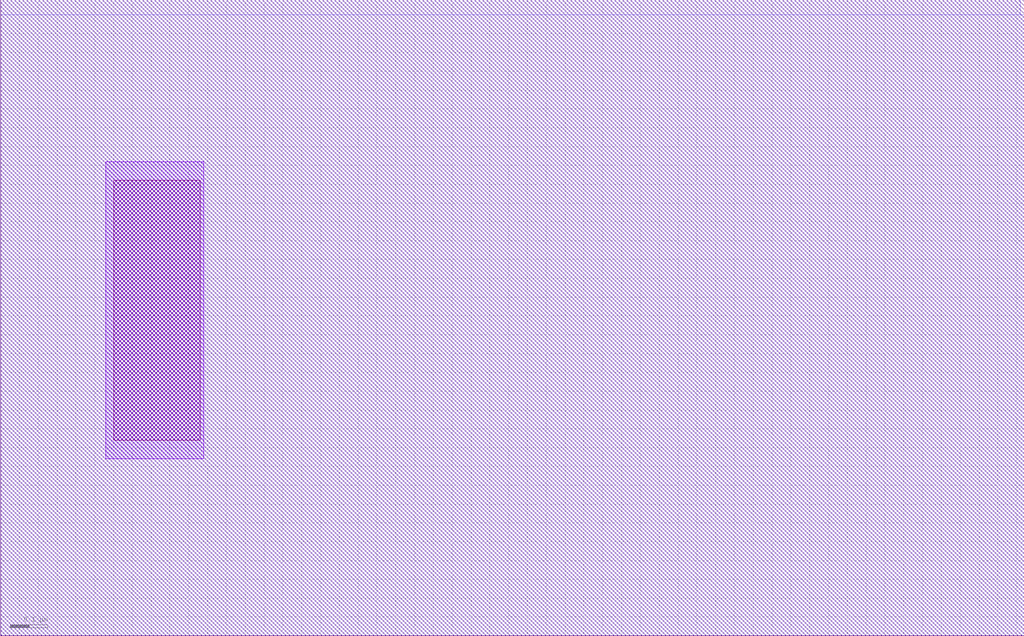
<source format=lef>
VERSION 5.7 ;
  NOWIREEXTENSIONATPIN ON ;
  DIVIDERCHAR "/" ;
  BUSBITCHARS "[]" ;
UNITS
  DATABASE MICRONS 200 ;
END UNITS

LAYER via2
  TYPE CUT ;
END via2

LAYER via
  TYPE CUT ;
END via

LAYER nwell
  TYPE MASTERSLICE ;
END nwell

LAYER via3
  TYPE CUT ;
END via3

LAYER pwell
  TYPE MASTERSLICE ;
END pwell

LAYER via4
  TYPE CUT ;
END via4

LAYER mcon
  TYPE CUT ;
END mcon

LAYER met6
  TYPE ROUTING ;
  WIDTH 0.030000 ;
  SPACING 0.040000 ;
  DIRECTION HORIZONTAL ;
END met6

LAYER met1
  TYPE ROUTING ;
  WIDTH 0.140000 ;
  SPACING 0.140000 ;
  DIRECTION HORIZONTAL ;
END met1

LAYER met3
  TYPE ROUTING ;
  WIDTH 0.300000 ;
  SPACING 0.300000 ;
  DIRECTION HORIZONTAL ;
END met3

LAYER met2
  TYPE ROUTING ;
  WIDTH 0.140000 ;
  SPACING 0.140000 ;
  DIRECTION HORIZONTAL ;
END met2

LAYER met4
  TYPE ROUTING ;
  WIDTH 0.300000 ;
  SPACING 0.300000 ;
  DIRECTION HORIZONTAL ;
END met4

LAYER met5
  TYPE ROUTING ;
  WIDTH 1.600000 ;
  SPACING 1.600000 ;
  DIRECTION HORIZONTAL ;
END met5

LAYER li1
  TYPE ROUTING ;
  WIDTH 0.170000 ;
  SPACING 0.170000 ;
  DIRECTION HORIZONTAL ;
END li1

MACRO sky130_hilas_FGVaractorCapacitor02
  CLASS BLOCK ;
  FOREIGN sky130_hilas_FGVaractorCapacitor02 ;
  ORIGIN 10.050 3.800 ;
  SIZE 2.720 BY 1.690 ;
  OBS
      LAYER nwell ;
        RECT -10.050 -2.150 -7.340 -2.110 ;
        RECT -10.050 -3.800 -7.330 -2.150 ;
      LAYER li1 ;
        RECT -9.750 -3.280 -9.520 -2.590 ;
      LAYER met1 ;
        RECT -9.770 -3.330 -9.510 -2.540 ;
  END
END sky130_hilas_FGVaractorCapacitor02
END LIBRARY


</source>
